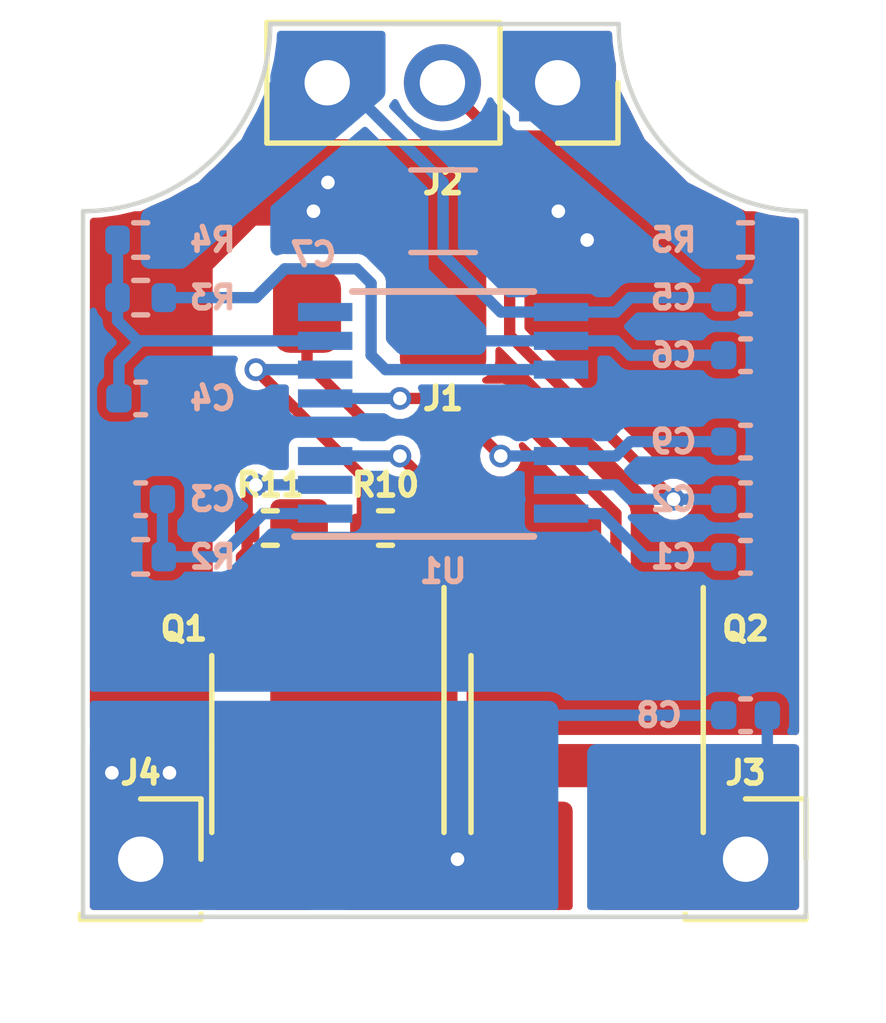
<source format=kicad_pcb>
(kicad_pcb (version 20211014) (generator pcbnew)
  (layers (0 "F.Cu" signal) (31 "B.Cu" signal) (34 "B.Paste" user) (35 "F.Paste" user) (36 "B.SilkS" user "B.Silkscreen") (37 "F.SilkS" user "F.Silkscreen") (38 "B.Mask" user) (39 "F.Mask" user) (44 "Edge.Cuts" user))
  (net 0 "")
  (net 1 "GNDD")
  (net 2 "Net-(C1-Pad2)")
  (net 3 "POT_MID")
  (net 4 "Net-(C3-Pad1)")
  (net 5 "Net-(C4-Pad1)")
  (net 6 "POT_HIGH")
  (net 7 "+5V")
  (net 8 "Net-(J3-Pad1)")
  (net 9 "SIGNAL")
  (net 10 "Net-(J2-Pad1)")
  (net 11 "EXP1")
  (net 12 "EXP2")
  (net 13 "OUT1")
  (net 14 "OUT2")
  (net 15 "Net-(R3-Pad1)")
  (net 17 "Net-(C8-Pad1)")
  (footprint "Package_SO:SOIC-8_3.9x4.9mm_P1.27mm" (layer "F.Cu") (at 65.405 35.2425 -90)
    (fp_text reference "Q1" (at -2.54 3.175 180) (layer "F.SilkS") (effects (font (size 0.5 0.5) (thickness 0.125))))
    (fp_text value "DTM4955")
    (fp_line (start 0 2.56) (end 1.95 2.56) (layer "F.SilkS") (width 0.12))
    (fp_line (start 0 -2.56) (end 1.95 -2.56) (layer "F.SilkS") (width 0.12))
    (fp_line (start 0 -2.56) (end -3.45 -2.56) (layer "F.SilkS") (width 0.12))
    (fp_line (start 0 2.56) (end -1.95 2.56) (layer "F.SilkS") (width 0.12))
    (pad "1" smd roundrect locked (at -2.475 -1.905 270) (size 1.95 0.6) (layers "F.Cu" "F.Paste" "F.Mask") (net 7 "+5V"))
    (pad "2" smd roundrect locked (at -2.475 -0.635 270) (size 1.95 0.6) (layers "F.Cu" "F.Paste" "F.Mask") (net 12 "EXP2"))
    (pad "3" smd roundrect locked (at -2.475 0.635 270) (size 1.95 0.6) (layers "F.Cu" "F.Paste" "F.Mask") (net 7 "+5V"))
    (pad "4" smd roundrect locked (at -2.475 1.905 270) (size 1.95 0.6) (layers "F.Cu" "F.Paste" "F.Mask") (net 11 "EXP1"))
    (pad "5" smd roundrect locked (at 2.475 1.905 270) (size 1.95 0.6) (layers "F.Cu" "F.Paste" "F.Mask") (net 8 "Net-(J3-Pad1)"))
    (pad "6" smd roundrect locked (at 2.475 0.635 270) (size 1.95 0.6) (layers "F.Cu" "F.Paste" "F.Mask") (net 8 "Net-(J3-Pad1)"))
    (pad "7" smd roundrect locked (at 2.475 -0.635 270) (size 1.95 0.6) (layers "F.Cu" "F.Paste" "F.Mask") (net 17 "Net-(C8-Pad1)"))
    (pad "8" smd roundrect locked (at 2.475 -1.905 270) (size 1.95 0.6) (layers "F.Cu" "F.Paste" "F.Mask") (net 17 "Net-(C8-Pad1)"))
  )
  (footprint "Package_SO:SOIC-8_3.9x4.9mm_P1.27mm" (layer "F.Cu") (at 71.12 35.2425 -90)
    (fp_text reference "Q2" (at -2.54 -3.4925 180) (layer "F.SilkS") (effects (font (size 0.5 0.5) (thickness 0.125))))
    (fp_text value "DTM9926")
    (fp_line (start 0 2.56) (end 1.95 2.56) (layer "F.SilkS") (width 0.12))
    (fp_line (start 0 -2.56) (end -3.45 -2.56) (layer "F.SilkS") (width 0.12))
    (fp_line (start 0 -2.56) (end 1.95 -2.56) (layer "F.SilkS") (width 0.12))
    (fp_line (start 0 2.56) (end -1.95 2.56) (layer "F.SilkS") (width 0.12))
    (pad "1" smd roundrect locked (at -2.475 -1.905 270) (size 1.95 0.6) (layers "F.Cu" "F.Paste" "F.Mask") (net 1 "GNDD"))
    (pad "2" smd roundrect locked (at -2.475 -0.635 270) (size 1.95 0.6) (layers "F.Cu" "F.Paste" "F.Mask") (net 14 "OUT2"))
    (pad "3" smd roundrect locked (at -2.475 0.635 270) (size 1.95 0.6) (layers "F.Cu" "F.Paste" "F.Mask") (net 1 "GNDD"))
    (pad "4" smd roundrect locked (at -2.475 1.905 270) (size 1.95 0.6) (layers "F.Cu" "F.Paste" "F.Mask") (net 13 "OUT1"))
    (pad "5" smd roundrect locked (at 2.475 1.905 270) (size 1.95 0.6) (layers "F.Cu" "F.Paste" "F.Mask") (net 17 "Net-(C8-Pad1)"))
    (pad "6" smd roundrect locked (at 2.475 0.635 270) (size 1.95 0.6) (layers "F.Cu" "F.Paste" "F.Mask") (net 17 "Net-(C8-Pad1)"))
    (pad "7" smd roundrect locked (at 2.475 -0.635 270) (size 1.95 0.6) (layers "F.Cu" "F.Paste" "F.Mask") (net 8 "Net-(J3-Pad1)"))
    (pad "8" smd roundrect locked (at 2.475 -1.905 270) (size 1.95 0.6) (layers "F.Cu" "F.Paste" "F.Mask") (net 8 "Net-(J3-Pad1)"))
  )
  (footprint "Custom Footprints:surface connector 1x3" (layer "F.Cu") (at 67.945 25.7175 180)
    (fp_text reference "J1" (at 0 -1.905 unlocked) (layer "F.SilkS") (effects (font (size 0.5 0.5) (thickness 0.125))))
    (fp_text value "CONN")
    (pad "1" smd roundrect (at -3 0 180) (size 1.5 1.8) (layers "F.Cu" "F.Paste" "F.Mask") (net 1 "GNDD"))
    (pad "2" smd roundrect (at 0 0 180) (size 1.5 1.8) (layers "F.Cu" "F.Paste" "F.Mask") (net 7 "+5V"))
    (pad "3" smd roundrect (at 3 0 180) (size 1.5 1.8) (layers "F.Cu" "F.Paste" "F.Mask") (net 9 "SIGNAL"))
  )
  (footprint "Connector_PinSocket_2.54mm:PinSocket_1x03_P2.54mm_Vertical" (layer "F.Cu") (at 70.47 20.6625 -90)
    (fp_text reference "J2" (at 2.1975 2.525 180) (layer "F.SilkS") (effects (font (size 0.5 0.5) (thickness 0.125))))
    (fp_text value "POT")
    (fp_line (start 1.33 1.27) (end 1.33 6.41) (layer "F.SilkS") (width 0.12))
    (fp_line (start -1.33 1.27) (end 1.33 1.27) (layer "F.SilkS") (width 0.12))
    (fp_line (start 0 -1.33) (end 1.33 -1.33) (layer "F.SilkS") (width 0.12))
    (fp_line (start -1.33 1.27) (end -1.33 6.41) (layer "F.SilkS") (width 0.12))
    (fp_line (start 1.33 -1.33) (end 1.33 0) (layer "F.SilkS") (width 0.12))
    (fp_line (start -1.33 6.41) (end 1.33 6.41) (layer "F.SilkS") (width 0.12))
    (pad "1" thru_hole rect locked (at 0 0 270) (size 1.7 1.7) (drill 1) (layers *.Cu *.Mask) (net 10 "Net-(J2-Pad1)"))
    (pad "2" thru_hole oval locked (at 0 2.54 270) (size 1.7 1.7) (drill 1) (layers *.Cu *.Mask) (net 3 "POT_MID"))
    (pad "3" thru_hole oval locked (at 0 5.08 270) (size 1.7 1.7) (drill 1) (layers *.Cu *.Mask) (net 6 "POT_HIGH"))
  )
  (footprint "Resistor_SMD:R_0402_1005Metric" (layer "F.Cu") (at 66.675 30.48 180)
    (fp_text reference "R10" (at 0 0.9525) (layer "F.SilkS") (effects (font (size 0.5 0.5) (thickness 0.125))))
    (fp_text value "1K")
    (fp_line (start -0.153641 -0.38) (end 0.153641 -0.38) (layer "F.SilkS") (width 0.12))
    (fp_line (start -0.153641 0.38) (end 0.153641 0.38) (layer "F.SilkS") (width 0.12))
    (pad "1" smd roundrect locked (at -0.51 0 180) (size 0.54 0.64) (layers "F.Cu" "F.Paste" "F.Mask") (net 7 "+5V"))
    (pad "2" smd roundrect locked (at 0.51 0 180) (size 0.54 0.64) (layers "F.Cu" "F.Paste" "F.Mask") (net 12 "EXP2"))
  )
  (footprint "Connector_PinSocket_2.54mm:PinSocket_1x01_P2.54mm_Vertical" (layer "F.Cu") (at 61.2775 37.7825)
    (fp_text reference "J4" (at 0 -1.905) (layer "F.SilkS") (effects (font (size 0.5 0.5) (thickness 0.125))))
    (fp_text value "MOTOR1")
    (fp_line (start 1.33 1.21) (end 1.33 1.33) (layer "F.SilkS") (width 0.12))
    (fp_line (start -1.33 1.33) (end 1.33 1.33) (layer "F.SilkS") (width 0.12))
    (fp_line (start 1.33 -1.33) (end 1.33 0) (layer "F.SilkS") (width 0.12))
    (fp_line (start -1.33 1.21) (end -1.33 1.33) (layer "F.SilkS") (width 0.12))
    (fp_line (start 0 -1.33) (end 1.33 -1.33) (layer "F.SilkS") (width 0.12))
    (pad "1" thru_hole rect locked (at 0 0) (size 1.7 1.7) (drill 1) (layers *.Cu *.Mask) (net 17 "Net-(C8-Pad1)"))
  )
  (footprint "Resistor_SMD:R_0402_1005Metric" (layer "F.Cu") (at 64.135 30.48 180)
    (fp_text reference "R11" (at 0 0.9525) (layer "F.SilkS") (effects (font (size 0.5 0.5) (thickness 0.125))))
    (fp_text value "1K")
    (fp_line (start -0.153641 -0.38) (end 0.153641 -0.38) (layer "F.SilkS") (width 0.12))
    (fp_line (start -0.153641 0.38) (end 0.153641 0.38) (layer "F.SilkS") (width 0.12))
    (pad "1" smd roundrect locked (at -0.51 0 180) (size 0.54 0.64) (layers "F.Cu" "F.Paste" "F.Mask") (net 7 "+5V"))
    (pad "2" smd roundrect locked (at 0.51 0 180) (size 0.54 0.64) (layers "F.Cu" "F.Paste" "F.Mask") (net 11 "EXP1"))
  )
  (footprint "Connector_PinSocket_2.54mm:PinSocket_1x01_P2.54mm_Vertical" (layer "F.Cu") (at 74.6125 37.7825)
    (fp_text reference "J3" (at 0 -1.905) (layer "F.SilkS") (effects (font (size 0.5 0.5) (thickness 0.125))))
    (fp_text value "MOTOR2")
    (fp_line (start 1.33 -1.33) (end 1.33 0) (layer "F.SilkS") (width 0.12))
    (fp_line (start -1.33 1.21) (end -1.33 1.33) (layer "F.SilkS") (width 0.12))
    (fp_line (start 0 -1.33) (end 1.33 -1.33) (layer "F.SilkS") (width 0.12))
    (fp_line (start -1.33 1.33) (end 1.33 1.33) (layer "F.SilkS") (width 0.12))
    (fp_line (start 1.33 1.21) (end 1.33 1.33) (layer "F.SilkS") (width 0.12))
    (pad "1" thru_hole rect locked (at 0 0) (size 1.7 1.7) (drill 1) (layers *.Cu *.Mask) (net 8 "Net-(J3-Pad1)"))
  )
  (footprint "Resistor_SMD:R_0402_1005Metric" (layer "B.Cu") (at 61.2775 24.13 180)
    (fp_text reference "R4" (at -1.5875 0) (layer "B.SilkS") (effects (font (size 0.5 0.5) (thickness 0.125)) (justify mirror)))
    (fp_text value "130K")
    (fp_line (start -0.153641 0.38) (end 0.153641 0.38) (layer "B.SilkS") (width 0.12))
    (fp_line (start -0.153641 -0.38) (end 0.153641 -0.38) (layer "B.SilkS") (width 0.12))
    (pad "1" smd roundrect locked (at -0.51 0 180) (size 0.54 0.64) (layers "B.Cu" "B.Paste" "B.Mask") (net 6 "POT_HIGH"))
    (pad "2" smd roundrect locked (at 0.51 0 180) (size 0.54 0.64) (layers "B.Cu" "B.Paste" "B.Mask") (net 5 "Net-(C4-Pad1)"))
  )
  (footprint "Capacitor_SMD:C_0402_1005Metric" (layer "B.Cu") (at 61.2775 27.6225)
    (fp_text reference "C4" (at 1.5875 0) (layer "B.SilkS") (effects (font (size 0.5 0.5) (thickness 0.125)) (justify mirror)))
    (fp_text value "220nF")
    (fp_line (start -0.107836 -0.36) (end 0.107836 -0.36) (layer "B.SilkS") (width 0.12))
    (fp_line (start -0.107836 0.36) (end 0.107836 0.36) (layer "B.SilkS") (width 0.12))
    (pad "1" smd roundrect locked (at -0.48 0) (size 0.56 0.62) (layers "B.Cu" "B.Paste" "B.Mask") (net 5 "Net-(C4-Pad1)"))
    (pad "2" smd roundrect locked (at 0.48 0) (size 0.56 0.62) (layers "B.Cu" "B.Paste" "B.Mask") (net 1 "GNDD"))
  )
  (footprint "Capacitor_SMD:C_0402_1005Metric" (layer "B.Cu") (at 74.6125 25.4)
    (fp_text reference "C5" (at -1.5875 0) (layer "B.SilkS") (effects (font (size 0.5 0.5) (thickness 0.125)) (justify mirror)))
    (fp_text value "4u7F")
    (fp_line (start -0.107836 -0.36) (end 0.107836 -0.36) (layer "B.SilkS") (width 0.12))
    (fp_line (start -0.107836 0.36) (end 0.107836 0.36) (layer "B.SilkS") (width 0.12))
    (pad "1" smd roundrect locked (at -0.48 0) (size 0.56 0.62) (layers "B.Cu" "B.Paste" "B.Mask") (net 6 "POT_HIGH"))
    (pad "2" smd roundrect locked (at 0.48 0) (size 0.56 0.62) (layers "B.Cu" "B.Paste" "B.Mask") (net 1 "GNDD"))
  )
  (footprint "Resistor_SMD:R_0402_1005Metric" (layer "B.Cu") (at 61.2775 25.4 180)
    (fp_text reference "R3" (at -1.5875 0) (layer "B.SilkS") (effects (font (size 0.5 0.5) (thickness 0.125)) (justify mirror)))
    (fp_text value "2K")
    (fp_line (start -0.153641 0.38) (end 0.153641 0.38) (layer "B.SilkS") (width 0.12))
    (fp_line (start -0.153641 -0.38) (end 0.153641 -0.38) (layer "B.SilkS") (width 0.12))
    (pad "1" smd roundrect locked (at -0.51 0 180) (size 0.54 0.64) (layers "B.Cu" "B.Paste" "B.Mask") (net 15 "Net-(R3-Pad1)"))
    (pad "2" smd roundrect locked (at 0.51 0 180) (size 0.54 0.64) (layers "B.Cu" "B.Paste" "B.Mask") (net 5 "Net-(C4-Pad1)"))
  )
  (footprint "Capacitor_SMD:C_0402_1005Metric" (layer "B.Cu") (at 74.6125 26.67)
    (fp_text reference "C6" (at -1.5875 0) (layer "B.SilkS") (effects (font (size 0.5 0.5) (thickness 0.125)) (justify mirror)))
    (fp_text value "C")
    (fp_line (start -0.107836 0.36) (end 0.107836 0.36) (layer "B.SilkS") (width 0.12))
    (fp_line (start -0.107836 -0.36) (end 0.107836 -0.36) (layer "B.SilkS") (width 0.12))
    (pad "1" smd roundrect locked (at -0.48 0) (size 0.56 0.62) (layers "B.Cu" "B.Paste" "B.Mask") (net 7 "+5V"))
    (pad "2" smd roundrect locked (at 0.48 0) (size 0.56 0.62) (layers "B.Cu" "B.Paste" "B.Mask") (net 1 "GNDD"))
  )
  (footprint "Capacitor_SMD:C_0402_1005Metric" (layer "B.Cu") (at 74.6125 28.575)
    (fp_text reference "C9" (at -1.5875 0) (layer "B.SilkS") (effects (font (size 0.5 0.5) (thickness 0.125)) (justify mirror)))
    (fp_text value "C")
    (fp_line (start -0.107836 0.36) (end 0.107836 0.36) (layer "B.SilkS") (width 0.12))
    (fp_line (start -0.107836 -0.36) (end 0.107836 -0.36) (layer "B.SilkS") (width 0.12))
    (pad "1" smd roundrect locked (at -0.48 0) (size 0.56 0.62) (layers "B.Cu" "B.Paste" "B.Mask") (net 9 "SIGNAL"))
    (pad "2" smd roundrect locked (at 0.48 0) (size 0.56 0.62) (layers "B.Cu" "B.Paste" "B.Mask") (net 1 "GNDD"))
  )
  (footprint "Capacitor_SMD:C_0402_1005Metric" (layer "B.Cu") (at 74.6125 34.6075)
    (fp_text reference "C8" (at -1.905 0) (layer "B.SilkS") (effects (font (size 0.5 0.5) (thickness 0.125)) (justify mirror)))
    (fp_text value "10nF")
    (fp_line (start -0.107836 0.36) (end 0.107836 0.36) (layer "B.SilkS") (width 0.12))
    (fp_line (start -0.107836 -0.36) (end 0.107836 -0.36) (layer "B.SilkS") (width 0.12))
    (pad "1" smd roundrect locked (at -0.48 0) (size 0.56 0.62) (layers "B.Cu" "B.Paste" "B.Mask") (net 17 "Net-(C8-Pad1)"))
    (pad "2" smd roundrect locked (at 0.48 0) (size 0.56 0.62) (layers "B.Cu" "B.Paste" "B.Mask") (net 8 "Net-(J3-Pad1)"))
  )
  (footprint "Package_SO:SSOP-16_3.9x4.9mm_P0.635mm" (layer "B.Cu") (at 67.945 27.94)
    (fp_text reference "U1" (at 0 3.4925) (layer "B.SilkS") (effects (font (size 0.5 0.5) (thickness 0.125)) (justify mirror)))
    (fp_text value "AA51880")
    (fp_line (start -2 -2.675) (end 2 -2.675) (layer "B.SilkS") (width 0.15))
    (fp_line (start -3.275 2.725) (end 2 2.725) (layer "B.SilkS") (width 0.15))
    (pad "1" smd rect locked (at -2.6 2.2225) (size 1.2 0.4) (layers "B.Cu" "B.Paste" "B.Mask") (net 4 "Net-(C3-Pad1)"))
    (pad "2" smd rect locked (at -2.6 1.5875) (size 1.2 0.4) (layers "B.Cu" "B.Paste" "B.Mask") (net 11 "EXP1"))
    (pad "3" smd rect locked (at -2.6 0.9525) (size 1.2 0.4) (layers "B.Cu" "B.Paste" "B.Mask") (net 13 "OUT1"))
    (pad "4" smd rect locked (at -2.6 0.3175) (size 1.2 0.4) (layers "B.Cu" "B.Paste" "B.Mask") (net 1 "GNDD"))
    (pad "5" smd rect locked (at -2.6 -0.3175) (size 1.2 0.4) (layers "B.Cu" "B.Paste" "B.Mask") (net 14 "OUT2"))
    (pad "6" smd rect locked (at -2.6 -0.9525) (size 1.2 0.4) (layers "B.Cu" "B.Paste" "B.Mask") (net 12 "EXP2"))
    (pad "7" smd rect locked (at -2.6 -1.5875) (size 1.2 0.4) (layers "B.Cu" "B.Paste" "B.Mask") (net 5 "Net-(C4-Pad1)"))
    (pad "8" smd rect locked (at -2.6 -2.2225) (size 1.2 0.4) (layers "B.Cu" "B.Paste" "B.Mask"))
    (pad "9" smd rect locked (at 2.6 -2.2225) (size 1.2 0.4) (layers "B.Cu" "B.Paste" "B.Mask") (net 6 "POT_HIGH"))
    (pad "10" smd rect locked (at 2.6 -1.5875) (size 1.2 0.4) (layers "B.Cu" "B.Paste" "B.Mask") (net 7 "+5V"))
    (pad "11" smd rect locked (at 2.6 -0.9525) (size 1.2 0.4) (layers "B.Cu" "B.Paste" "B.Mask") (net 15 "Net-(R3-Pad1)"))
    (pad "12" smd rect locked (at 2.6 -0.3175) (size 1.2 0.4) (layers "B.Cu" "B.Paste" "B.Mask") (net 1 "GNDD"))
    (pad "13" smd rect locked (at 2.6 0.3175) (size 1.2 0.4) (layers "B.Cu" "B.Paste" "B.Mask") (net 1 "GNDD"))
    (pad "14" smd rect locked (at 2.6 0.9525) (size 1.2 0.4) (layers "B.Cu" "B.Paste" "B.Mask") (net 9 "SIGNAL"))
    (pad "15" smd rect locked (at 2.6 1.5875) (size 1.2 0.4) (layers "B.Cu" "B.Paste" "B.Mask") (net 3 "POT_MID"))
    (pad "16" smd rect locked (at 2.6 2.2225) (size 1.2 0.4) (layers "B.Cu" "B.Paste" "B.Mask") (net 2 "Net-(C1-Pad2)"))
  )
  (footprint "Resistor_SMD:R_0402_1005Metric" (layer "B.Cu") (at 74.6125 24.13)
    (fp_text reference "R5" (at -1.5875 0) (layer "B.SilkS") (effects (font (size 0.5 0.5) (thickness 0.125)) (justify mirror)))
    (fp_text value "1K5")
    (fp_line (start -0.153641 0.38) (end 0.153641 0.38) (layer "B.SilkS") (width 0.12))
    (fp_line (start -0.153641 -0.38) (end 0.153641 -0.38) (layer "B.SilkS") (width 0.12))
    (pad "1" smd roundrect locked (at -0.51 0) (size 0.54 0.64) (layers "B.Cu" "B.Paste" "B.Mask") (net 10 "Net-(J2-Pad1)"))
    (pad "2" smd roundrect locked (at 0.51 0) (size 0.54 0.64) (layers "B.Cu" "B.Paste" "B.Mask") (net 1 "GNDD"))
  )
  (footprint "Capacitor_SMD:C_0402_1005Metric" (layer "B.Cu") (at 74.6125 31.115 180)
    (fp_text reference "C1" (at 1.5875 0) (layer "B.SilkS") (effects (font (size 0.5 0.5) (thickness 0.125)) (justify mirror)))
    (fp_text value "100nF")
    (fp_line (start -0.107836 -0.36) (end 0.107836 -0.36) (layer "B.SilkS") (width 0.12))
    (fp_line (start -0.107836 0.36) (end 0.107836 0.36) (layer "B.SilkS") (width 0.12))
    (pad "1" smd roundrect locked (at -0.48 0 180) (size 0.56 0.62) (layers "B.Cu" "B.Paste" "B.Mask") (net 1 "GNDD"))
    (pad "2" smd roundrect locked (at 0.48 0 180) (size 0.56 0.62) (layers "B.Cu" "B.Paste" "B.Mask") (net 2 "Net-(C1-Pad2)"))
  )
  (footprint "Capacitor_SMD:C_1206_3216Metric" (layer "B.Cu") (at 67.945 23.495)
    (fp_text reference "C7" (at -2.8575 0.9525) (layer "B.SilkS") (effects (font (size 0.5 0.5) (thickness 0.125)) (justify mirror)))
    (fp_text value "C_Polarized")
    (fp_line (start -0.711252 0.91) (end 0.711252 0.91) (layer "B.SilkS") (width 0.12))
    (fp_line (start -0.711252 -0.91) (end 0.711252 -0.91) (layer "B.SilkS") (width 0.12))
    (pad "1" smd roundrect locked (at -1.475 0) (size 1.15 1.8) (layers "B.Cu" "B.Paste" "B.Mask") (roundrect_rratio 0.217391) (net 7 "+5V"))
    (pad "2" smd roundrect locked (at 1.475 0) (size 1.15 1.8) (layers "B.Cu" "B.Paste" "B.Mask") (roundrect_rratio 0.217391) (net 1 "GNDD"))
  )
  (footprint "Capacitor_SMD:C_0402_1005Metric" (layer "B.Cu") (at 74.6125 29.845)
    (fp_text reference "C2" (at -1.5875 0) (layer "B.SilkS") (effects (font (size 0.5 0.5) (thickness 0.125)) (justify mirror)))
    (fp_text value "100nF")
    (fp_line (start -0.107836 -0.36) (end 0.107836 -0.36) (layer "B.SilkS") (width 0.12))
    (fp_line (start -0.107836 0.36) (end 0.107836 0.36) (layer "B.SilkS") (width 0.12))
    (pad "1" smd roundrect locked (at -0.48 0) (size 0.56 0.62) (layers "B.Cu" "B.Paste" "B.Mask") (net 3 "POT_MID"))
    (pad "2" smd roundrect locked (at 0.48 0) (size 0.56 0.62) (layers "B.Cu" "B.Paste" "B.Mask") (net 1 "GNDD"))
  )
  (footprint "Capacitor_SMD:C_0402_1005Metric" (layer "B.Cu") (at 61.2775 29.845 180)
    (fp_text reference "C3" (at -1.5875 0) (layer "B.SilkS") (effects (font (size 0.5 0.5) (thickness 0.125)) (justify mirror)))
    (fp_text value "100nF")
    (fp_line (start -0.107836 -0.36) (end 0.107836 -0.36) (layer "B.SilkS") (width 0.12))
    (fp_line (start -0.107836 0.36) (end 0.107836 0.36) (layer "B.SilkS") (width 0.12))
    (pad "1" smd roundrect locked (at -0.48 0 180) (size 0.56 0.62) (layers "B.Cu" "B.Paste" "B.Mask") (net 4 "Net-(C3-Pad1)"))
    (pad "2" smd roundrect locked (at 0.48 0 180) (size 0.56 0.62) (layers "B.Cu" "B.Paste" "B.Mask") (net 1 "GNDD"))
  )
  (footprint "Resistor_SMD:R_0402_1005Metric" (layer "B.Cu") (at 61.2775 31.115 180)
    (fp_text reference "R2" (at -1.5875 0) (layer "B.SilkS") (effects (font (size 0.5 0.5) (thickness 0.125)) (justify mirror)))
    (fp_text value "18K")
    (fp_line (start -0.153641 0.38) (end 0.153641 0.38) (layer "B.SilkS") (width 0.12))
    (fp_line (start -0.153641 -0.38) (end 0.153641 -0.38) (layer "B.SilkS") (width 0.12))
    (pad "1" smd roundrect locked (at -0.51 0 180) (size 0.54 0.64) (layers "B.Cu" "B.Paste" "B.Mask") (net 4 "Net-(C3-Pad1)"))
    (pad "2" smd roundrect locked (at 0.51 0 180) (size 0.54 0.64) (layers "B.Cu" "B.Paste" "B.Mask") (net 1 "GNDD"))
  )
  (gr_line locked (start 75.943583 39.0525) (end 60.0075 39.0525) (layer "Edge.Cuts") (width 0.1))
  (gr_arc locked (start 64.135 19.3675) (mid 62.926083 22.286083) (end 60.0075 23.495) (layer "Edge.Cuts") (width 0.1))
  (gr_line locked (start 60.0075 39.0525) (end 60.0075 23.495) (layer "Edge.Cuts") (width 0.1))
  (gr_arc (start 75.943583 23.495) (mid 73.025 22.286083) (end 71.816083 19.3675) (layer "Edge.Cuts") (width 0.1))
  (gr_line locked (start 75.943583 23.495) (end 75.943583 39.0525) (layer "Edge.Cuts") (width 0.1))
  (gr_line (start 64.135 19.3675) (end 71.816083 19.3675) (layer "Edge.Cuts") (width 0.1))
  (via (at 71.12 24.13) (size 0.5) (drill 0.3) (layers "F.Cu" "B.Cu") (net 1))
  (via (at 70.485 23.495) (size 0.5) (drill 0.3) (layers "F.Cu" "B.Cu") (net 1))
  (segment (start 71.4375 30.1625) (end 72.39 31.115) (width 0.25) (layer "B.Cu") (net 2))
  (segment (start 70.545 30.1625) (end 71.4375 30.1625) (width 0.25) (layer "B.Cu") (net 2))
  (segment (start 74.1325 31.115) (end 72.39 31.115) (width 0.25) (layer "B.Cu") (net 2))
  (segment (start 67.93 20.6625) (end 69.41252 22.14502) (width 0.25) (layer "F.Cu") (net 3))
  (segment (start 69.41252 26.23252) (end 73.025 29.845) (width 0.25) (layer "F.Cu") (net 3))
  (segment (start 69.41252 22.14502) (end 69.41252 26.23252) (width 0.25) (layer "F.Cu") (net 3))
  (via (at 73.025 29.845) (size 0.5) (drill 0.3) (layers "F.Cu" "B.Cu") (net 3))
  (segment (start 70.545 29.5275) (end 71.755 29.5275) (width 0.25) (layer "B.Cu") (net 3))
  (segment (start 72.0725 29.845) (end 74.1325 29.845) (width 0.25) (layer "B.Cu") (net 3))
  (segment (start 71.755 29.5275) (end 72.0725 29.845) (width 0.25) (layer "B.Cu") (net 3))
  (segment (start 61.7875 31.115) (end 63.02375 31.115) (width 0.25) (layer "B.Cu") (net 4))
  (segment (start 61.7575 29.845) (end 61.7575 30.96) (width 0.25) (layer "B.Cu") (net 4))
  (segment (start 63.02375 31.115) (end 63.97625 30.1625) (width 0.25) (layer "B.Cu") (net 4))
  (segment (start 63.97625 30.1625) (end 65.345 30.1625) (width 0.25) (layer "B.Cu") (net 4))
  (segment (start 61.21 26.3525) (end 60.7675 25.91) (width 0.25) (layer "B.Cu") (net 5))
  (segment (start 60.7675 24.13) (end 60.7675 25.91) (width 0.25) (layer "B.Cu") (net 5))
  (segment (start 61.2775 26.3525) (end 61.595 26.3525) (width 0.25) (layer "B.Cu") (net 5))
  (segment (start 60.7975 26.8325) (end 61.2775 26.3525) (width 0.25) (layer "B.Cu") (net 5))
  (segment (start 60.7975 27.6225) (end 60.7975 26.8325) (width 0.25) (layer "B.Cu") (net 5))
  (segment (start 65.345 26.3525) (end 61.595 26.3525) (width 0.25) (layer "B.Cu") (net 5))
  (segment (start 61.595 26.3525) (end 61.21 26.3525) (width 0.25) (layer "B.Cu") (net 5))
  (segment (start 67.945 22.862504) (end 67.945 24.4475) (width 0.25) (layer "B.Cu") (net 6))
  (segment (start 71.755 25.7175) (end 72.0725 25.4) (width 0.25) (layer "B.Cu") (net 6))
  (segment (start 65.744996 20.6625) (end 67.945 22.862504) (width 0.25) (layer "B.Cu") (net 6))
  (segment (start 67.945 24.4475) (end 69.215 25.7175) (width 0.25) (layer "B.Cu") (net 6))
  (segment (start 65.39 20.6625) (end 65.744996 20.6625) (width 0.25) (layer "B.Cu") (net 6))
  (segment (start 69.215 25.7175) (end 71.755 25.7175) (width 0.25) (layer "B.Cu") (net 6))
  (segment (start 72.0725 25.4) (end 74.1325 25.4) (width 0.25) (layer "B.Cu") (net 6))
  (segment (start 67.31 32.7675) (end 67.31 31.115) (width 0.25) (layer "F.Cu") (net 7))
  (segment (start 64.645 30.99) (end 64.77 31.115) (width 0.25) (layer "F.Cu") (net 7))
  (segment (start 64.77 33.9725) (end 64.77 32.7025) (width 0.25) (layer "F.Cu") (net 7))
  (segment (start 67.31 32.7675) (end 67.31 33.9725) (width 0.25) (layer "F.Cu") (net 7))
  (segment (start 64.645 30.48) (end 64.645 30.99) (width 0.25) (layer "F.Cu") (net 7))
  (segment (start 67.185 30.99) (end 67.31 31.115) (width 0.25) (layer "F.Cu") (net 7))
  (segment (start 64.77 32.7675) (end 64.77 31.115) (width 0.25) (layer "F.Cu") (net 7))
  (segment (start 67.31 33.9725) (end 66.9925 34.29) (width 0.25) (layer "F.Cu") (net 7))
  (segment (start 65.0875 34.29) (end 64.77 33.9725) (width 0.25) (layer "F.Cu") (net 7))
  (segment (start 66.9925 34.29) (end 65.0875 34.29) (width 0.25) (layer "F.Cu") (net 7))
  (segment (start 67.185 30.48) (end 67.185 30.99) (width 0.25) (layer "F.Cu") (net 7))
  (via (at 65.405 22.86) (size 0.5) (drill 0.3) (layers "F.Cu" "B.Cu") (net 7))
  (via (at 65.0875 23.495) (size 0.5) (drill 0.3) (layers "F.Cu" "B.Cu") (net 7))
  (segment (start 66.47 24.2425) (end 68.58 26.3525) (width 0.25) (layer "B.Cu") (net 7))
  (segment (start 68.58 26.3525) (end 71.755 26.3525) (width 0.25) (layer "B.Cu") (net 7))
  (segment (start 71.755 26.3525) (end 72.0725 26.67) (width 0.25) (layer "B.Cu") (net 7))
  (segment (start 66.47 23.495) (end 66.47 24.2425) (width 0.25) (layer "B.Cu") (net 7))
  (segment (start 72.0725 26.67) (end 74.1325 26.67) (width 0.25) (layer "B.Cu") (net 7))
  (segment (start 75.0925 36.0325) (end 74.6125 36.5125) (width 0.25) (layer "B.Cu") (net 8))
  (segment (start 74.6125 36.5125) (end 74.6125 37.7825) (width 0.25) (layer "B.Cu") (net 8))
  (segment (start 74.6125 37.7825) (end 74.295 37.7825) (width 0.25) (layer "B.Cu") (net 8))
  (segment (start 75.0925 34.6075) (end 75.0925 36.0325) (width 0.25) (layer "B.Cu") (net 8))
  (segment (start 66.33846 28.23846) (end 68.56096 28.23846) (width 0.25) (layer "F.Cu") (net 9))
  (segment (start 64.945 25.0825) (end 64.945 26.845) (width 0.25) (layer "F.Cu") (net 9))
  (segment (start 64.945 26.845) (end 66.33846 28.23846) (width 0.25) (layer "F.Cu") (net 9))
  (segment (start 68.56096 28.23846) (end 69.215 28.8925) (width 0.25) (layer "F.Cu") (net 9))
  (via (at 69.215 28.8925) (size 0.5) (drill 0.3) (layers "F.Cu" "B.Cu") (net 9))
  (segment (start 69.215 28.8925) (end 70.485 28.8925) (width 0.25) (layer "B.Cu") (net 9))
  (segment (start 70.545 28.8925) (end 71.755 28.8925) (width 0.25) (layer "B.Cu") (net 9))
  (segment (start 72.0725 28.575) (end 71.755 28.8925) (width 0.25) (layer "B.Cu") (net 9))
  (segment (start 74.1325 28.575) (end 72.0725 28.575) (width 0.25) (layer "B.Cu") (net 9))
  (segment (start 63.625 30.48) (end 63.625 29.72) (width 0.25) (layer "F.Cu") (net 11))
  (segment (start 63.5 32.7675) (end 63.5 31.115) (width 0.25) (layer "F.Cu") (net 11))
  (segment (start 63.625 30.48) (end 63.625 30.99) (width 0.25) (layer "F.Cu") (net 11))
  (segment (start 63.625 29.72) (end 63.8175 29.5275) (width 0.25) (layer "F.Cu") (net 11))
  (segment (start 63.5 31.115) (end 63.625 30.99) (width 0.25) (layer "F.Cu") (net 11))
  (via (at 63.8175 29.5275) (size 0.5) (drill 0.3) (layers "F.Cu" "B.Cu") (net 11))
  (segment (start 65.345 29.5275) (end 63.8175 29.5275) (width 0.25) (layer "B.Cu") (net 11))
  (segment (start 66.165 30.48) (end 66.165 30.99) (width 0.25) (layer "F.Cu") (net 12))
  (segment (start 66.165 30.48) (end 66.165 29.335) (width 0.25) (layer "F.Cu") (net 12))
  (segment (start 66.04 32.7675) (end 66.04 31.115) (width 0.25) (layer "F.Cu") (net 12))
  (segment (start 66.165 29.335) (end 63.8175 26.9875) (width 0.25) (layer "F.Cu") (net 12))
  (segment (start 66.04 31.115) (end 66.165 30.99) (width 0.25) (layer "F.Cu") (net 12))
  (via (at 63.8175 26.9875) (size 0.5) (drill 0.3) (layers "F.Cu" "B.Cu") (net 12))
  (segment (start 65.345 26.9875) (end 63.8175 26.9875) (width 0.25) (layer "B.Cu") (net 12))
  (segment (start 66.9925 28.8925) (end 69.215 31.115) (width 0.25) (layer "F.Cu") (net 13))
  (segment (start 69.215 31.115) (end 69.215 32.7675) (width 0.25) (layer "F.Cu") (net 13))
  (via (at 66.9925 28.8925) (size 0.5) (drill 0.3) (layers "F.Cu" "B.Cu") (net 13))
  (segment (start 65.345 28.8925) (end 66.9925 28.8925) (width 0.25) (layer "B.Cu") (net 13))
  (segment (start 69.215 27.6225) (end 71.755 30.1625) (width 0.25) (layer "F.Cu") (net 14))
  (segment (start 71.755 30.1625) (end 71.755 32.7675) (width 0.25) (layer "F.Cu") (net 14))
  (segment (start 66.9925 27.6225) (end 69.215 27.6225) (width 0.25) (layer "F.Cu") (net 14))
  (via (at 66.9925 27.6225) (size 0.5) (drill 0.3) (layers "F.Cu" "B.Cu") (net 14))
  (segment (start 65.345 27.6225) (end 66.9925 27.6225) (width 0.25) (layer "B.Cu") (net 14))
  (segment (start 66.675 26.9875) (end 70.545 26.9875) (width 0.25) (layer "B.Cu") (net 15))
  (segment (start 66.3575 26.67) (end 66.675 26.9875) (width 0.25) (layer "B.Cu") (net 15))
  (segment (start 64.4525 24.765) (end 66.039282 24.765) (width 0.25) (layer "B.Cu") (net 15))
  (segment (start 61.7875 25.4) (end 63.8175 25.4) (width 0.25) (layer "B.Cu") (net 15))
  (segment (start 63.8175 25.4) (end 64.4525 24.765) (width 0.25) (layer "B.Cu") (net 15))
  (segment (start 66.039282 24.765) (end 66.3575 25.083218) (width 0.25) (layer "B.Cu") (net 15))
  (segment (start 66.3575 25.083218) (end 66.3575 26.67) (width 0.25) (layer "B.Cu") (net 15))
  (via (at 68.2625 37.7825) (size 0.5) (drill 0.3) (layers "F.Cu" "B.Cu") (net 17))
  (via (at 60.6425 35.8775) (size 0.5) (drill 0.3) (layers "F.Cu" "B.Cu") (net 17))
  (via (at 61.9125 35.8775) (size 0.5) (drill 0.3) (layers "F.Cu" "B.Cu") (net 17))
  (segment (start 74.1325 34.6075) (end 63.1825 34.6075) (width 0.25) (layer "B.Cu") (net 17))
  (segment (start 63.1825 34.6075) (end 61.9125 35.8775) (width 0.25) (layer "B.Cu") (net 17))
  (zone (net 8) (net_name "Net-(J3-Pad1)") (layer "F.Cu") (priority 1) (connect_pads yes (clearance 0.15)) (min_thickness 0.15) (fill yes (thermal_gap 0.508) (thermal_bridge_width 0.508) (smoothing fillet) (radius 0.2))
    (polygon (pts (xy 75.8825 39.0525) (xy 71.4375 39.0525) (xy 71.4375 36.195) (xy 65.0875 36.195) (xy 65.0875 39.0525) (xy 62.865 39.0525) (xy 62.865 35.2425) (xy 75.8825 35.2425)))
  )
  (zone (net 1) (net_name "GNDD") (layers F&B.Cu) (connect_pads yes (clearance 0.15)) (min_thickness 0.15) (fill yes (thermal_gap 0.508) (thermal_bridge_width 0.508) (smoothing fillet) (radius 0.2))
    (polygon (pts (xy 71.755 20.6375) (xy 72.39 21.9075) (xy 73.3425 22.86) (xy 74.6125 23.495) (xy 75.8825 23.495) (xy 75.8825 39.0525) (xy 60.0075 39.0525) (xy 60.0075 23.495) (xy 61.2775 23.495) (xy 62.5475 22.86) (xy 63.5 21.9075) (xy 64.135 20.6375) (xy 64.135 19.3675) (xy 71.755 19.3675)))
  )
  (zone (net 17) (net_name "Net-(C8-Pad1)") (layer "F.Cu") (priority 1) (connect_pads yes (clearance 0.15)) (min_thickness 0.15) (fill yes (thermal_gap 0.508) (thermal_bridge_width 0.508) (smoothing fillet) (radius 0.2))
    (polygon (pts (xy 62.5475 39.0525) (xy 60.0075 39.0525) (xy 60.0075 35.2425) (xy 62.5475 35.2425)))
  )
  (zone (net 17) (net_name "Net-(C8-Pad1)") (layer "F.Cu") (priority 1) (connect_pads yes (clearance 0.15)) (min_thickness 0.15) (fill yes (thermal_gap 0.508) (thermal_bridge_width 0.508) (smoothing fillet) (radius 0.2))
    (polygon (pts (xy 70.8025 39.0525) (xy 65.7225 39.0525) (xy 65.7225 36.5125) (xy 70.8025 36.5125)))
  )
  (zone (net 7) (net_name "+5V") (layer "F.Cu") (priority 1) (connect_pads yes (clearance 0.15)) (min_thickness 0.15) (fill yes (thermal_gap 0.508) (thermal_bridge_width 0.508) (smoothing fillet) (radius 0.2))
    (polygon (pts (xy 68.8975 22.225) (xy 68.8975 26.9875) (xy 66.9925 26.9875) (xy 66.9925 23.8125) (xy 63.8175 23.8125) (xy 62.865 24.765) (xy 62.865 34.29) (xy 64.135 34.29) (xy 64.135 29.845) (xy 65.405 29.845) (xy 65.405 33.9725) (xy 66.675 33.9725) (xy 66.675 29.845) (xy 67.31 29.845) (xy 68.2625 30.7975) (xy 68.2625 34.925) (xy 60.0075 34.925) (xy 60.0075 23.495) (xy 61.2775 23.495) (xy 62.5475 22.86) (xy 63.5 21.9075) (xy 68.58 21.9075)))
  )
  (zone (net 10) (net_name "Net-(J2-Pad1)") (layer "B.Cu") (priority 1) (connect_pads yes (clearance 0.15)) (min_thickness 0.15) (fill yes (thermal_gap 0.508) (thermal_bridge_width 0.508) (smoothing fillet) (radius 0.2))
    (polygon (pts (xy 71.755 20.6375) (xy 72.39 21.9075) (xy 73.3425 22.86) (xy 74.6125 23.495) (xy 74.6125 24.765) (xy 73.66 24.765) (xy 69.215 20.955) (xy 69.215 19.3675) (xy 71.755 19.3675)))
  )
  (zone (net 7) (net_name "+5V") (layer "B.Cu") (connect_pads yes (clearance 0.15)) (min_thickness 0.15) (fill yes (thermal_gap 0.508) (thermal_bridge_width 0.508) (smoothing fillet) (radius 0.2))
    (polygon (pts (xy 67.6275 22.86) (xy 67.6275 24.765) (xy 68.8975 26.035) (xy 68.8975 26.67) (xy 66.9925 26.67) (xy 66.675 26.3525) (xy 66.675 25.0825) (xy 64.135 24.4475) (xy 64.135 23.1775) (xy 66.04 21.59) (xy 66.3575 21.59)))
  )
  (zone (net 17) (net_name "Net-(C8-Pad1)") (layer "B.Cu") (priority 1) (connect_pads yes (clearance 0.15)) (min_thickness 0.15) (fill yes (thermal_gap 0.508) (thermal_bridge_width 0.508) (smoothing fillet) (radius 0.2))
    (polygon (pts (xy 70.485 39.0525) (xy 60.0075 39.0525) (xy 60.0075 34.29) (xy 70.485 34.29)))
  )
  (zone (net 6) (net_name "POT_HIGH") (layer "B.Cu") (priority 1) (connect_pads yes (clearance 0.15)) (min_thickness 0.15) (fill yes (thermal_gap 0.508) (thermal_bridge_width 0.508) (smoothing fillet) (radius 0.2))
    (polygon (pts (xy 66.675 20.955) (xy 62.23 24.765) (xy 61.2775 24.765) (xy 61.2775 23.495) (xy 62.5475 22.86) (xy 63.5 21.9075) (xy 64.135 20.6375) (xy 64.135 19.3675) (xy 66.675 19.3675)))
  )
  (zone (net 8) (net_name "Net-(J3-Pad1)") (layer "B.Cu") (priority 1) (connect_pads yes (clearance 0.15)) (min_thickness 0.15) (fill yes (thermal_gap 0.508) (thermal_bridge_width 0.508) (smoothing fillet) (radius 0.2))
    (polygon (pts (xy 75.8825 39.0525) (xy 71.12 39.0525) (xy 71.12 35.2425) (xy 75.8825 35.2425)))
  )
)
</source>
